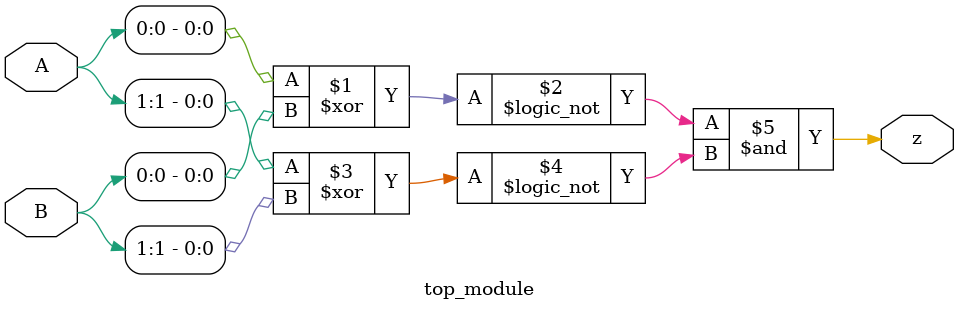
<source format=v>
module top_module ( input [1:0] A, input [1:0] B, output z ); 

    assign z=!(A[0]^B[0]) & !(A[1]^B[1]);
    
endmodule

</source>
